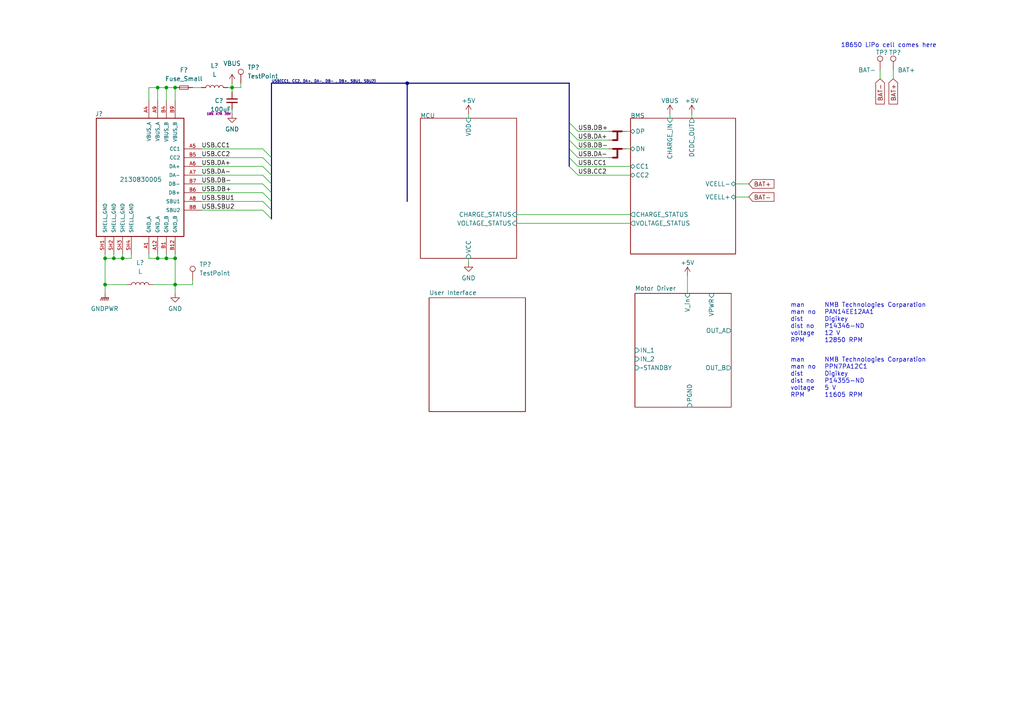
<source format=kicad_sch>
(kicad_sch (version 20211123) (generator eeschema)
  (paper "A4")
  (lib_symbols
    (symbol "818_USB:2130830005" (pin_names (offset 1.016))
      (property "Reference" "J" (at -12.7 17.78 0))
      (property "Value" "2130830005" (at -6.35 -1.27 0))
      (symbol "2130830005_0_0"
        (rectangle (start -12.7 17.78) (end 12.7 -16.51) (stroke (width 0.254)))
        (pin power_in line (at 2.54 -21.59 90) (length 5.08) (name "GND_A") (number "A1"))
        (pin power_in line (at 5.08 -21.59 90) (length 5.08) (name "GND_A") (number "A12"))
        (pin power_in line (at 2.54 22.86 270) (length 5.08) (name "VBUS_A") (number "A4"))
        (pin bidirectional line (at 17.78 8.89 180) (length 5.08) (name "CC1") (number "A5"))
        (pin bidirectional line (at 17.78 3.81 180) (length 5.08) (name "DA+") (number "A6"))
        (pin bidirectional line (at 17.78 1.27 180) (length 5.08) (name "DA-") (number "A7"))
        (pin bidirectional line (at 17.78 -6.35 180) (length 5.08) (name "SBU1") (number "A8"))
        (pin power_in line (at 5.08 22.86 270) (length 5.08) (name "VBUS_A") (number "A9"))
        (pin power_in line (at 7.62 -21.59 90) (length 5.08) (name "GND_B") (number "B1"))
        (pin power_in line (at 10.16 -21.59 90) (length 5.08) (name "GND_B") (number "B12"))
        (pin power_in line (at 7.62 22.86 270) (length 5.08) (name "VBUS_B") (number "B4"))
        (pin bidirectional line (at 17.78 6.35 180) (length 5.08) (name "CC2") (number "B5"))
        (pin bidirectional line (at 17.78 -3.81 180) (length 5.08) (name "DB+") (number "B6"))
        (pin bidirectional line (at 17.78 -1.27 180) (length 5.08) (name "DB-") (number "B7"))
        (pin bidirectional line (at 17.78 -8.89 180) (length 5.08) (name "SBU2") (number "B8"))
        (pin power_in line (at 10.16 22.86 270) (length 5.08) (name "VBUS_B") (number "B9"))
        (pin power_in line (at -10.16 -21.59 90) (length 5.08) (name "SHELL_GND") (number "SH1"))
        (pin power_in line (at -7.62 -21.59 90) (length 5.08) (name "SHELL_GND") (number "SH2"))
        (pin power_in line (at -5.08 -21.59 90) (length 5.08) (name "SHELL_GND") (number "SH3"))
        (pin power_in line (at -2.54 -21.59 90) (length 5.08) (name "SHELL_GND") (number "SH4"))
      )
    )
    (symbol "Connector:TestPoint" (pin_numbers hide) (pin_names (offset 0.762) hide)
      (property "Reference" "TP" (at 0 6.858 0))
      (property "Value" "TestPoint" (at 0 5.08 0))
      (symbol "TestPoint_0_1"
        (circle (center 0 3.302) (radius 0.762))
      )
      (symbol "TestPoint_1_1"
        (pin passive line (at 0 0 90) (length 2.54) (name "1") (number "1"))
      )
    )
    (symbol "Device:C_Small" (pin_numbers hide) (pin_names (offset 0.254) hide)
      (property "Reference" "C" (at 0.254 1.778 0))
      (property "Value" "C_Small" (at 0.254 -2.032 0))
      (symbol "C_Small_0_1"
        (polyline (pts (xy -1.524 -0.508) (xy 1.524 -0.508)) (stroke (width 0.3302)))
        (polyline (pts (xy -1.524 0.508) (xy 1.524 0.508)) (stroke (width 0.3048)))
      )
      (symbol "C_Small_1_1"
        (pin passive line (at 0 2.54 270) (length 2.032) (name "~") (number "1"))
        (pin passive line (at 0 -2.54 90) (length 2.032) (name "~") (number "2"))
      )
    )
    (symbol "Device:Fuse_Small" (pin_numbers hide) (pin_names (offset 0.254) hide)
      (property "Reference" "F" (at 0 -1.524 0))
      (property "Value" "Fuse_Small" (at 0 1.524 0))
      (symbol "Fuse_Small_0_1"
        (rectangle (start -1.27 0.508) (end 1.27 -0.508))
        (polyline (pts (xy -1.27 0) (xy 1.27 0)))
      )
      (symbol "Fuse_Small_1_1"
        (pin passive line (at -2.54 0 0) (length 1.27) (name "~") (number "1"))
        (pin passive line (at 2.54 0 180) (length 1.27) (name "~") (number "2"))
      )
    )
    (symbol "Device:L" (pin_numbers hide) (pin_names (offset 1.016) hide)
      (property "Reference" "L" (at -1.27 0 90))
      (property "Value" "L" (at 1.905 0 90))
      (symbol "L_0_1"
        (arc (start 0 -2.54) (mid 0.635 -1.905) (end 0 -1.27))
        (arc (start 0 -1.27) (mid 0.635 -0.635) (end 0 0))
        (arc (start 0 0) (mid 0.635 0.635) (end 0 1.27))
        (arc (start 0 1.27) (mid 0.635 1.905) (end 0 2.54))
      )
      (symbol "L_1_1"
        (pin passive line (at 0 3.81 270) (length 1.27) (name "1") (number "1"))
        (pin passive line (at 0 -3.81 90) (length 1.27) (name "2") (number "2"))
      )
    )
    (symbol "Device:NetTie_3" (pin_numbers hide) (pin_names (offset 0) hide)
      (property "Reference" "NT" (at 0 1.27 0))
      (property "Value" "NetTie_3" (at 0 -3.81 0))
      (symbol "NetTie_3_0_1"
        (polyline (pts (xy -1.27 0) (xy 1.27 0)) (stroke (width 0.508)))
        (polyline (pts (xy 0 0) (xy 0 -2.54) (xy -1.27 -2.54)) (stroke (width 0.508)))
      )
      (symbol "NetTie_3_1_1"
        (pin passive line (at -2.54 0 0) (length 2.54) (name "1") (number "1"))
        (pin passive line (at 2.54 0 180) (length 2.54) (name "2") (number "2"))
        (pin passive line (at -2.54 -2.54 0) (length 2.54) (name "3") (number "3"))
      )
    )
    (symbol "power:+5V" (power) (pin_names (offset 0))
      (property "Value" "+5V" (at 0 3.556 0))
      (symbol "+5V_0_1"
        (polyline (pts (xy -0.762 1.27) (xy 0 2.54)))
        (polyline (pts (xy 0 0) (xy 0 2.54)))
        (polyline (pts (xy 0 2.54) (xy 0.762 1.27)))
      )
      (symbol "+5V_1_1"
        (pin power_in line (at 0 0 90) (length 0) hide (name "+5V") (number "1"))
      )
    )
    (symbol "power:GND" (power) (pin_names (offset 0))
      (property "Value" "GND" (at 0 -3.81 0))
      (symbol "GND_0_1"
        (polyline (pts (xy 0 0) (xy 0 -1.27) (xy 1.27 -1.27) (xy 0 -2.54) (xy -1.27 -1.27) (xy 0 -1.27)))
      )
      (symbol "GND_1_1"
        (pin power_in line (at 0 0 270) (length 0) hide (name "GND") (number "1"))
      )
    )
    (symbol "power:GNDPWR" (power) (pin_names (offset 0))
      (property "Value" "GNDPWR" (at 0 -3.302 0))
      (symbol "GNDPWR_0_1"
        (polyline (pts (xy 0 -1.27) (xy 0 0)))
        (polyline (pts (xy -1.016 -1.27) (xy -1.27 -2.032) (xy -1.27 -2.032)) (stroke (width 0.2032)))
        (polyline (pts (xy -0.508 -1.27) (xy -0.762 -2.032) (xy -0.762 -2.032)) (stroke (width 0.2032)))
        (polyline (pts (xy 0 -1.27) (xy -0.254 -2.032) (xy -0.254 -2.032)) (stroke (width 0.2032)))
        (polyline (pts (xy 0.508 -1.27) (xy 0.254 -2.032) (xy 0.254 -2.032)) (stroke (width 0.2032)))
        (polyline (pts (xy 1.016 -1.27) (xy -1.016 -1.27) (xy -1.016 -1.27)) (stroke (width 0.2032)))
        (polyline (pts (xy 1.016 -1.27) (xy 0.762 -2.032) (xy 0.762 -2.032) (xy 0.762 -2.032)) (stroke (width 0.2032)))
      )
      (symbol "GNDPWR_1_1"
        (pin power_in line (at 0 0 270) (length 0) hide (name "GNDPWR") (number "1"))
      )
    )
    (symbol "power:VBUS" (power) (pin_names (offset 0))
      (property "Value" "VBUS" (at 0 3.81 0))
      (symbol "VBUS_0_1"
        (polyline (pts (xy -0.762 1.27) (xy 0 2.54)))
        (polyline (pts (xy 0 0) (xy 0 2.54)))
        (polyline (pts (xy 0 2.54) (xy 0.762 1.27)))
      )
      (symbol "VBUS_1_1"
        (pin power_in line (at 0 0 90) (length 0) hide (name "VBUS") (number "1"))
      )
    )
  )
  (bus_alias "USB" (members "CC1"))
  (junction (at 48.26 25.4))
  (junction (at 118.11 24.13))
  (junction (at 50.8 82.55))
  (junction (at 50.8 74.93))
  (junction (at 67.31 25.4))
  (junction (at 45.72 74.93))
  (junction (at 45.72 25.4))
  (junction (at 33.02 74.93))
  (junction (at 48.26 74.93))
  (junction (at 30.48 74.93))
  (junction (at 35.56 74.93))
  (junction (at 50.8 25.4))
  (junction (at 30.48 82.55))
  (bus_entry (at 165.1 35.56) (size 2.54 2.54))
  (bus_entry (at 165.1 43.18) (size 2.54 2.54))
  (bus_entry (at 78.74 48.26) (size -2.54 -2.54))
  (bus_entry (at 78.74 53.34) (size -2.54 -2.54))
  (bus_entry (at 78.74 58.42) (size -2.54 -2.54))
  (bus_entry (at 165.1 45.72) (size 2.54 2.54))
  (bus_entry (at 78.74 45.72) (size -2.54 -2.54))
  (bus_entry (at 165.1 48.26) (size 2.54 2.54))
  (bus_entry (at 165.1 38.1) (size 2.54 2.54))
  (bus_entry (at 78.74 60.96) (size -2.54 -2.54))
  (bus_entry (at 165.1 40.64) (size 2.54 2.54))
  (bus_entry (at 78.74 50.8) (size -2.54 -2.54))
  (bus_entry (at 78.74 55.88) (size -2.54 -2.54))
  (bus_entry (at 78.74 63.5) (size -2.54 -2.54))
  (wire (pts (xy 45.72 25.4) (xy 48.26 25.4)))
  (wire (pts (xy 58.42 48.26) (xy 76.2 48.26)))
  (wire (pts (xy 181.61 38.1) (xy 182.88 38.1)))
  (wire (pts (xy 43.18 29.21) (xy 43.18 25.4)))
  (wire (pts (xy 67.31 31.75) (xy 67.31 33.02)))
  (wire (pts (xy 58.42 55.88) (xy 76.2 55.88)))
  (wire (pts (xy 259.08 20.32) (xy 259.08 22.86)))
  (bus (pts (xy 78.74 53.34) (xy 78.74 55.88)))
  (wire (pts (xy 44.45 82.55) (xy 50.8 82.55)))
  (wire (pts (xy 35.56 74.93) (xy 38.1 74.93)))
  (wire (pts (xy 33.02 73.66) (xy 33.02 74.93)))
  (wire (pts (xy 199.39 80.01) (xy 199.39 85.09)))
  (wire (pts (xy 69.85 24.13) (xy 69.85 25.4)))
  (wire (pts (xy 48.26 25.4) (xy 48.26 29.21)))
  (wire (pts (xy 55.88 25.4) (xy 58.42 25.4)))
  (wire (pts (xy 58.42 53.34) (xy 76.2 53.34)))
  (wire (pts (xy 58.42 58.42) (xy 76.2 58.42)))
  (wire (pts (xy 48.26 74.93) (xy 50.8 74.93)))
  (wire (pts (xy 200.66 33.02) (xy 200.66 34.29)))
  (bus (pts (xy 165.1 45.72) (xy 165.1 48.26)))
  (bus (pts (xy 165.1 35.56) (xy 165.1 38.1)))
  (bus (pts (xy 165.1 38.1) (xy 165.1 40.64)))
  (bus (pts (xy 78.74 58.42) (xy 78.74 60.96)))
  (wire (pts (xy 149.86 64.77) (xy 182.88 64.77)))
  (wire (pts (xy 167.64 48.26) (xy 182.88 48.26)))
  (wire (pts (xy 213.36 53.34) (xy 217.17 53.34)))
  (wire (pts (xy 67.31 25.4) (xy 67.31 26.67)))
  (wire (pts (xy 50.8 74.93) (xy 50.8 73.66)))
  (wire (pts (xy 35.56 73.66) (xy 35.56 74.93)))
  (wire (pts (xy 67.31 24.13) (xy 67.31 25.4)))
  (wire (pts (xy 66.04 25.4) (xy 67.31 25.4)))
  (wire (pts (xy 167.64 38.1) (xy 176.53 38.1)))
  (bus (pts (xy 165.1 43.18) (xy 165.1 45.72)))
  (bus (pts (xy 78.74 55.88) (xy 78.74 58.42)))
  (wire (pts (xy 58.42 50.8) (xy 76.2 50.8)))
  (bus (pts (xy 165.1 24.13) (xy 165.1 35.56)))
  (wire (pts (xy 58.42 45.72) (xy 76.2 45.72)))
  (bus (pts (xy 78.74 45.72) (xy 78.74 48.26)))
  (wire (pts (xy 48.26 25.4) (xy 50.8 25.4)))
  (wire (pts (xy 48.26 73.66) (xy 48.26 74.93)))
  (wire (pts (xy 30.48 74.93) (xy 30.48 82.55)))
  (wire (pts (xy 45.72 74.93) (xy 48.26 74.93)))
  (wire (pts (xy 135.89 74.93) (xy 135.89 76.2)))
  (wire (pts (xy 149.86 62.23) (xy 182.88 62.23)))
  (wire (pts (xy 30.48 82.55) (xy 30.48 85.09)))
  (wire (pts (xy 45.72 25.4) (xy 45.72 29.21)))
  (wire (pts (xy 33.02 74.93) (xy 35.56 74.93)))
  (wire (pts (xy 30.48 73.66) (xy 30.48 74.93)))
  (wire (pts (xy 67.31 25.4) (xy 69.85 25.4)))
  (wire (pts (xy 167.64 40.64) (xy 176.53 40.64)))
  (bus (pts (xy 78.74 48.26) (xy 78.74 50.8)))
  (wire (pts (xy 43.18 74.93) (xy 45.72 74.93)))
  (wire (pts (xy 50.8 74.93) (xy 50.8 82.55)))
  (wire (pts (xy 167.64 45.72) (xy 176.53 45.72)))
  (wire (pts (xy 38.1 74.93) (xy 38.1 73.66)))
  (wire (pts (xy 167.64 50.8) (xy 182.88 50.8)))
  (wire (pts (xy 255.27 20.32) (xy 255.27 22.86)))
  (wire (pts (xy 43.18 25.4) (xy 45.72 25.4)))
  (bus (pts (xy 78.74 24.13) (xy 78.74 45.72)))
  (bus (pts (xy 78.74 50.8) (xy 78.74 53.34)))
  (bus (pts (xy 118.11 24.13) (xy 165.1 24.13)))
  (bus (pts (xy 78.74 24.13) (xy 118.11 24.13)))
  (bus (pts (xy 165.1 40.64) (xy 165.1 43.18)))
  (wire (pts (xy 58.42 43.18) (xy 76.2 43.18)))
  (wire (pts (xy 135.89 33.02) (xy 135.89 34.29)))
  (wire (pts (xy 167.64 43.18) (xy 176.53 43.18)))
  (wire (pts (xy 50.8 25.4) (xy 50.8 29.21)))
  (wire (pts (xy 194.31 33.02) (xy 194.31 34.29)))
  (wire (pts (xy 181.61 43.18) (xy 182.88 43.18)))
  (wire (pts (xy 213.36 57.15) (xy 217.17 57.15)))
  (wire (pts (xy 30.48 74.93) (xy 33.02 74.93)))
  (wire (pts (xy 45.72 73.66) (xy 45.72 74.93)))
  (wire (pts (xy 50.8 82.55) (xy 55.88 82.55)))
  (wire (pts (xy 30.48 82.55) (xy 36.83 82.55)))
  (wire (pts (xy 50.8 82.55) (xy 50.8 85.09)))
  (wire (pts (xy 58.42 60.96) (xy 76.2 60.96)))
  (bus (pts (xy 78.74 60.96) (xy 78.74 63.5)))
  (wire (pts (xy 43.18 73.66) (xy 43.18 74.93)))
  (wire (pts (xy 55.88 81.28) (xy 55.88 82.55)))
  (bus (pts (xy 118.11 24.13) (xy 118.11 58.42)))
  (text "man		NMB Technologies Corparation\nman no 	PPN7PA12C1\ndist 	Digikey\ndist no	P14355-ND\nvoltage	5 V\nRPM		11605 RPM\n\n" (at 229.235 117.475 0) (effects (font (size 1.27 1.27)) (justify left bottom)))
  (text "man		NMB Technologies Corparation\nman no 	PAN14EE12AA1\ndist 	Digikey\ndist no	P14346-ND\nvoltage	12 V\nRPM		12850 RPM\n\n" (at 229.235 101.6 0) (effects (font (size 1.27 1.27)) (justify left bottom)))
  (text "18650 LiPo cell comes here" (at 243.84 13.97 0) (effects (font (size 1.27 1.27)) (justify left bottom)))
  (label "USB.DB+" (at 167.64 38.1 0))
  (label "USB.DB-" (at 58.42 53.34 0))
  (label "USB{CC1, CC2, DA+, DA-, DB- , DB+, SBU1, SBU2}" (at 78.74 24.13 0) (effects (font (size 0.75 0.75))))
  (label "USB.DA+" (at 167.64 40.64 0))
  (label "USB.CC2" (at 167.64 50.8 0))
  (label "USB.SBU2" (at 58.42 60.96 0))
  (label "USB.CC1" (at 58.42 43.18 0))
  (label "USB.CC1" (at 167.64 48.26 0))
  (label "USB.DA-" (at 58.42 50.8 0))
  (label "USB.DB+" (at 58.42 55.88 0))
  (label "USB.CC2" (at 58.42 45.72 0))
  (label "USB.DA-" (at 167.64 45.72 0))
  (label "USB.DA+" (at 58.42 48.26 0))
  (label "USB.SBU1" (at 58.42 58.42 0))
  (label "USB.DB-" (at 167.64 43.18 0))
  (global_label "BAT+" (shape input) (at 259.08 22.86 270) (property "Intersheet References" "${INTERSHEET_REFS}" (effects hide)))
  (global_label "BAT-" (shape input) (at 217.17 57.15 0) (property "Intersheet References" "${INTERSHEET_REFS}" (effects hide)))
  (global_label "BAT-" (shape input) (at 255.27 22.86 270) (property "Intersheet References" "${INTERSHEET_REFS}" (effects hide)))
  (global_label "BAT+" (shape input) (at 217.17 53.34 0) (property "Intersheet References" "${INTERSHEET_REFS}" (effects hide)))
  (symbol (lib_id "Device:NetTie_3") (at 179.07 43.18 0) (unit 1)
    (property "Reference" "NT?" (effects hide))
    (property "Value" "NetTie_3" (effects hide))
  )
  (symbol (lib_id "power:VBUS") (at 194.31 33.02 0) (unit 1)
    (property "Reference" "#PWR?" (effects hide))
    (property "Value" "VBUS" (at 194.31 29.21 0))
  )
  (symbol (lib_id "Connector:TestPoint") (at 259.08 20.32 0) (unit 1)
    (property "Reference" "TP?" (at 257.81 15.24 0) (effects (justify left)))
    (property "Value" "BAT+" (at 260.35 20.32 0) (effects (justify left)))
    (property "Footprint" "TestPoint:TestPoint_Keystone_5019_Minature" (effects hide))
  )
  (symbol (lib_id "power:GNDPWR") (at 30.48 85.09 0) (unit 1)
    (property "Reference" "#PWR0101" (effects hide))
    (property "Value" "GNDPWR" (at 30.353 89.535 0))
  )
  (symbol (lib_id "power:VBUS") (at 67.31 24.13 0) (unit 1)
    (property "Reference" "#PWR0103" (effects hide))
    (property "Value" "VBUS" (at 67.31 18.415 0))
  )
  (symbol (lib_id "818_USB:2130830005") (at 40.64 52.07 0) (unit 1)
    (property "Reference" "J?" (at 29.845 33.02 0) (effects (justify right)))
    (property "Value" "2130830005" (at 46.99 52.07 0) (effects (justify right)))
    (property "Footprint" "818_USB:MOLEX_2130830005" (effects hide))
    (property "PARTREV" "A" (effects hide))
    (property "STANDARD" "Manufacturer recommendations" (effects hide))
    (property "MANUFACTURER" "Molex" (effects hide))
    (property "MAXIMUM_PACKAGE_HEIGHT" "3.36mm" (effects hide))
  )
  (symbol (lib_id "Device:Fuse_Small") (at 53.34 25.4 0) (unit 1)
    (property "Reference" "F?" (at 53.34 20.32 0))
    (property "Value" "Fuse_Small" (at 53.34 22.86 0))
  )
  (symbol (lib_id "power:+5V") (at 135.89 33.02 0) (unit 1)
    (property "Reference" "#PWR?" (effects hide))
    (property "Value" "+5V" (at 135.89 29.21 0))
  )
  (symbol (lib_id "Connector:TestPoint") (at 69.85 24.13 0) (unit 1)
    (property "Reference" "TP?" (at 71.755 19.5579 0) (effects (justify left)))
    (property "Value" "TestPoint" (at 71.755 22.0979 0) (effects (justify left)))
    (property "Footprint" "TestPoint:TestPoint_Keystone_5019_Minature" (effects hide))
  )
  (symbol (lib_id "Connector:TestPoint") (at 255.27 20.32 0) (unit 1)
    (property "Reference" "TP?" (at 254 15.24 0) (effects (justify left)))
    (property "Value" "BAT-" (at 248.92 20.32 0) (effects (justify left)))
    (property "Footprint" "TestPoint:TestPoint_Keystone_5019_Minature" (effects hide))
  )
  (symbol (lib_id "Device:L") (at 40.64 82.55 90) (unit 1)
    (property "Reference" "L?" (at 40.64 76.2 90))
    (property "Value" "L" (at 40.64 78.74 90))
    (property "Footprint" "Inductor_SMD:L_0603_1608Metric_Pad1.05x0.95mm_HandSolder" (effects hide))
  )
  (symbol (lib_id "Connector:TestPoint") (at 55.88 81.28 0) (unit 1)
    (property "Reference" "TP?" (at 57.785 76.7079 0) (effects (justify left)))
    (property "Value" "TestPoint" (at 57.785 79.2479 0) (effects (justify left)))
    (property "Footprint" "TestPoint:TestPoint_Keystone_5019_Minature" (effects hide))
  )
  (symbol (lib_id "power:+5V") (at 199.39 80.01 0) (unit 1)
    (property "Reference" "#PWR?" (effects hide))
    (property "Value" "+5V" (at 199.39 76.2 0))
  )
  (symbol (lib_id "power:GND") (at 135.89 76.2 0) (unit 1)
    (property "Reference" "#PWR?" (effects hide))
    (property "Value" "GND" (at 135.89 80.645 0))
  )
  (symbol (lib_id "power:GND") (at 67.31 33.02 0) (unit 1)
    (property "Reference" "#PWR0104" (effects hide))
    (property "Value" "GND" (at 67.31 37.465 0))
  )
  (symbol (lib_id "power:GND") (at 50.8 85.09 0) (unit 1)
    (property "Reference" "#PWR0102" (effects hide))
    (property "Value" "GND" (at 50.8 89.535 0))
  )
  (symbol (lib_id "Device:L") (at 62.23 25.4 90) (unit 1)
    (property "Reference" "L?" (at 62.23 19.05 90))
    (property "Value" "L" (at 62.23 21.59 90))
    (property "Footprint" "Inductor_SMD:L_0603_1608Metric_Pad1.05x0.95mm_HandSolder" (effects hide))
  )
  (symbol (lib_id "Device:NetTie_3") (at 179.07 38.1 0) (unit 1)
    (property "Reference" "NT?" (effects hide))
    (property "Value" "NetTie_3" (effects hide))
  )
  (symbol (lib_id "power:+5V") (at 200.66 33.02 0) (unit 1)
    (property "Reference" "#PWR?" (effects hide))
    (property "Value" "+5V" (at 200.66 29.21 0))
  )
  (symbol (lib_id "Device:C_Small") (at 67.31 29.21 0) (unit 1)
    (property "Reference" "C?" (at 62.23 29.21 0) (effects (justify left)))
    (property "Value" "100uF" (at 60.96 31.75 0) (effects (justify left)))
    (property "Tolerance" "10%" (at 60.96 33.02 0) (effects (font (size 0.635 0.635))))
    (property "Type" "X7R" (at 63.5 33.02 0) (effects (font (size 0.635 0.635))))
    (property "Voltage Rating" "35V" (at 66.04 33.02 0) (effects (font (size 0.635 0.635))))
  )
  (sheet (at 184.15 85.09) (size 27.94 33.02) (stroke (width 0.1524))
    (property "Sheet name" "Motor Driver" (at 184.15 84.3784 0) (effects (justify left bottom)))
    (property "Sheet file" "motor_driver.kicad_sch" (effects hide))
    (pin "VPWR" input (at 206.375 85.09 90))
    (pin "V_in" input (at 199.39 85.09 90))
    (pin "~STANDBY" input (at 184.15 106.68 180))
    (pin "IN_2" input (at 184.15 104.14 180))
    (pin "IN_1" input (at 184.15 101.6 180))
    (pin "PGND" input (at 200.025 118.11 270))
    (pin "OUT_B" output (at 212.09 106.68 0))
    (pin "OUT_A" output (at 212.09 95.885 0))
  )
  (sheet (at 182.88 34.29) (size 30.48 39.37) (stroke (width 0.1524))
    (property "Sheet name" "BMS" (at 182.88 34.29 0) (effects (justify left bottom)))
    (property "Sheet file" "battery_management.kicad_sch" (effects hide))
    (pin "VCELL-" bidirectional (at 213.36 53.34 0))
    (pin "VCELL+" bidirectional (at 213.36 57.15 0))
    (pin "VOLTAGE_STATUS" output (at 182.88 64.77 180))
    (pin "CHARGE_STATUS" output (at 182.88 62.23 180))
    (pin "DN" bidirectional (at 182.88 43.18 180))
    (pin "CC2" bidirectional (at 182.88 50.8 180))
    (pin "CC1" bidirectional (at 182.88 48.26 180))
    (pin "DP" bidirectional (at 182.88 38.1 180))
    (pin "CHARGE_IN" input (at 194.31 34.29 90))
    (pin "DCDC_OUT" output (at 200.66 34.29 90))
  )
  (sheet (at 121.92 34.29) (size 27.94 40.64) (stroke (width 0.1524))
    (property "Sheet name" "MCU" (at 121.92 34.29 0) (effects (justify left bottom)))
    (property "Sheet file" "mcu.kicad_sch" (effects hide))
    (pin "CHARGE_STATUS" input (at 149.86 62.23 0))
    (pin "VOLTAGE_STATUS" input (at 149.86 64.77 0))
    (pin "VCC" input (at 135.89 74.93 270))
    (pin "VDD" input (at 135.89 34.29 90))
  )
  (sheet (at 124.46 86.36) (size 27.94 33.02) (stroke (width 0.1524))
    (property "Sheet name" "User Interface" (at 124.46 85.6484 0) (effects (justify left bottom)))
    (property "Sheet file" "user_interface.kicad_sch" (effects hide))
  )
)
</source>
